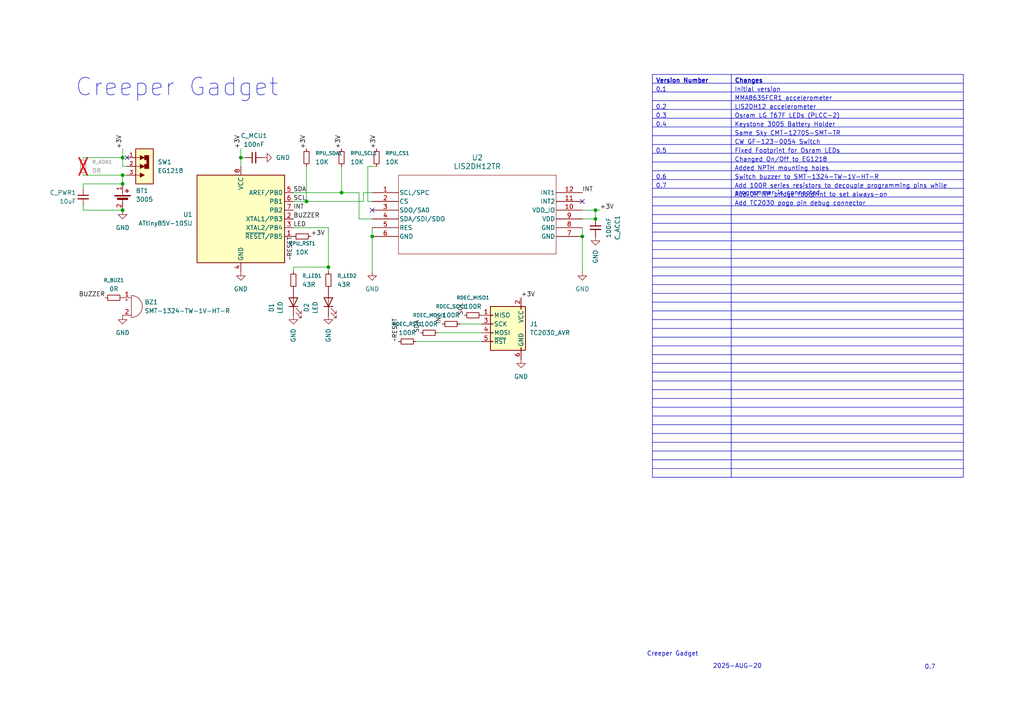
<source format=kicad_sch>
(kicad_sch (version 20250114) (generator "eeschema") (generator_version "9.0")
  (paper "A4")
  (lib_symbols
    (symbol "Device:Battery_Cell" (pin_names (offset 0) (hide yes))
      (property "Reference" "BT" (at 2.54 2.54 0))
      (property "Value" "Battery_Cell" (at 2.54 0 0))
      (symbol "Battery_Cell_0_1"
        (rectangle (start -2.286 1.778) (end 2.286 1.524) (fill (type outline)))
        (rectangle (start -1.524 1.016) (end 1.524 0.508) (fill (type outline)))
        (polyline (pts (xy 0 1.778) (xy 0 2.54)))
        (polyline (pts (xy 0 0.762) (xy 0 0)))
        (polyline (pts (xy 0.762 3.048) (xy 1.778 3.048)) (stroke (width 0.254)))
        (polyline (pts (xy 1.27 3.556) (xy 1.27 2.54)) (stroke (width 0.254)))
      )
      (symbol "Battery_Cell_1_1"
        (pin passive line (at 0 5.08 270) (length 2.54) (name "+") (number "1"))
        (pin passive line (at 0 -2.54 90) (length 2.54) (name "-") (number "2"))
      )
    )
    (symbol "Device:Buzzer" (pin_names (offset 0.0254) (hide yes))
      (property "Reference" "BZ" (at 3.81 1.27 0))
      (property "Value" "Buzzer" (at 3.81 -1.27 0))
      (symbol "Buzzer_0_1"
        (polyline (pts (xy -1.651 1.905) (xy -1.143 1.905)))
        (polyline (pts (xy -1.397 2.159) (xy -1.397 1.651)))
        (arc (start 0 3.175) (mid 3.1612 0) (end 0 -3.175))
        (polyline (pts (xy 0 3.175) (xy 0 -3.175)))
      )
      (symbol "Buzzer_1_1"
        (pin passive line (at -2.54 2.54 0) (length 2.54) (name "+") (number "1"))
        (pin passive line (at -2.54 -2.54 0) (length 2.54) (name "-") (number "2"))
      )
    )
    (symbol "Device:C_Small" (pin_numbers (hide yes)) (pin_names (offset 0.254) (hide yes))
      (property "Reference" "C" (at 0.254 1.778 0))
      (property "Value" "C_Small" (at 0.254 -2.032 0))
      (symbol "C_Small_0_1"
        (polyline (pts (xy -1.524 0.508) (xy 1.524 0.508)) (stroke (width 0.3048)))
        (polyline (pts (xy -1.524 -0.508) (xy 1.524 -0.508)) (stroke (width 0.3302)))
      )
      (symbol "C_Small_1_1"
        (pin passive line (at 0 2.54 270) (length 2.032) (name "~") (number "1"))
        (pin passive line (at 0 -2.54 90) (length 2.032) (name "~") (number "2"))
      )
    )
    (symbol "Device:LED" (pin_numbers (hide yes)) (pin_names (offset 1.016) (hide yes))
      (property "Reference" "D" (at 0 2.54 0))
      (property "Value" "LED" (at 0 -2.54 0))
      (symbol "LED_0_1"
        (polyline (pts (xy -3.048 -0.762) (xy -4.572 -2.286) (xy -3.81 -2.286) (xy -4.572 -2.286) (xy -4.572 -1.524)))
        (polyline (pts (xy -1.778 -0.762) (xy -3.302 -2.286) (xy -2.54 -2.286) (xy -3.302 -2.286) (xy -3.302 -1.524)))
        (polyline (pts (xy -1.27 0) (xy 1.27 0)))
        (polyline (pts (xy -1.27 -1.27) (xy -1.27 1.27)) (stroke (width 0.254)))
        (polyline (pts (xy 1.27 -1.27) (xy 1.27 1.27) (xy -1.27 0) (xy 1.27 -1.27)) (stroke (width 0.254)))
      )
      (symbol "LED_1_1"
        (pin passive line (at -3.81 0 0) (length 2.54) (name "K") (number "1"))
        (pin passive line (at 3.81 0 180) (length 2.54) (name "A") (number "2"))
      )
    )
    (symbol "Device:R_Small" (pin_numbers (hide yes)) (pin_names (offset 0.254) (hide yes))
      (property "Reference" "R" (at 0 0 90))
      (property "Value" "R_Small" (at 1.778 0 90))
      (symbol "R_Small_0_1"
        (rectangle (start -0.762 1.778) (end 0.762 -1.778) (stroke (width 0.2032)))
      )
      (symbol "R_Small_1_1"
        (pin passive line (at 0 2.54 270) (length 0.762) (name "~") (number "1"))
        (pin passive line (at 0 -2.54 90) (length 0.762) (name "~") (number "2"))
      )
    )
    (symbol "MCU_Microchip_ATtiny:ATtiny85-20S"
      (property "Reference" "U" (at -12.7 13.97 0))
      (property "Value" "ATtiny85-20S" (at 2.54 -13.97 0))
      (symbol "ATtiny85-20S_0_1"
        (rectangle (start -12.7 -12.7) (end 12.7 12.7) (stroke (width 0.254)) (fill (type background)))
      )
      (symbol "ATtiny85-20S_1_1"
        (pin power_in line (at 0 15.24 270) (length 2.54) (name "VCC") (number "8"))
        (pin power_in line (at 0 -15.24 90) (length 2.54) (name "GND") (number "4"))
        (pin bidirectional line (at 15.24 7.62 180) (length 2.54) (name "AREF/PB0") (number "5"))
        (pin bidirectional line (at 15.24 5.08 180) (length 2.54) (name "PB1") (number "6"))
        (pin bidirectional line (at 15.24 2.54 180) (length 2.54) (name "PB2") (number "7"))
        (pin bidirectional line (at 15.24 0 180) (length 2.54) (name "XTAL1/PB3") (number "2"))
        (pin bidirectional line (at 15.24 -2.54 180) (length 2.54) (name "XTAL2/PB4") (number "3"))
        (pin bidirectional line (at 15.24 -5.08 180) (length 2.54) (name "~{RESET}/PB5") (number "1"))
      )
    )
    (symbol "PCM_marbastlib-various:TC2030_AVR" (pin_names (offset 1.016))
      (property "Reference" "J" (at -3.81 -6.35 0))
      (property "Value" "TC2030_AVR" (at -8.89 8.89 0))
      (symbol "TC2030_AVR_0_1"
        (rectangle (start -3.81 7.62) (end 6.35 -5.08) (stroke (width 0.254)) (fill (type background)))
        (rectangle (start -3.048 4.953) (end -3.81 5.207))
        (rectangle (start -3.048 2.413) (end -3.81 2.667))
        (rectangle (start -3.048 -0.127) (end -3.81 0.127))
        (rectangle (start -3.048 -2.667) (end -3.81 -2.413))
        (rectangle (start 4.953 6.858) (end 5.207 7.62))
        (rectangle (start 4.953 -5.08) (end 5.207 -4.318))
      )
      (symbol "TC2030_AVR_1_1"
        (pin passive line (at -6.35 5.08 0) (length 2.54) (name "MISO") (number "1"))
        (pin passive line (at -6.35 2.54 0) (length 2.54) (name "SCK") (number "3"))
        (pin passive line (at -6.35 0 0) (length 2.54) (name "MOSI") (number "4"))
        (pin passive line (at -6.35 -2.54 0) (length 2.54) (name "~{RST}") (number "5"))
        (pin passive line (at 5.08 10.16 270) (length 2.54) (name "VCC") (number "2"))
        (pin passive line (at 5.08 -7.62 90) (length 2.54) (name "GND") (number "6"))
      )
    )
    (symbol "creeper:EG1218" (pin_names (offset 1.016))
      (property "Reference" "S" (at -5.08 5.842 0))
      (property "Value" "EG1218" (at -5.08 -7.62 0))
      (symbol "EG1218_0_0"
        (polyline (pts (xy -2.54 2.54) (xy -1.27 2.54)) (stroke (width 0.1524)))
        (polyline (pts (xy -2.54 0) (xy -1.27 0)) (stroke (width 0.1524)))
        (polyline (pts (xy -2.54 -2.54) (xy -1.27 -2.54)) (stroke (width 0.1524)))
        (rectangle (start -2.54 -5.08) (end 2.54 5.08) (stroke (width 0.254)) (fill (type background)))
        (polyline (pts (xy -1.27 3.175) (xy -1.27 1.905) (xy 0 2.54) (xy -1.27 3.175)) (stroke (width 0.1524)) (fill (type outline)))
        (polyline (pts (xy -1.27 0.635) (xy -1.27 -0.635) (xy 0 0) (xy -1.27 0.635)) (stroke (width 0.1524)) (fill (type outline)))
        (polyline (pts (xy -1.27 -1.905) (xy -1.27 -3.175) (xy 0 -2.54) (xy -1.27 -1.905)) (stroke (width 0.1524)) (fill (type outline)))
        (polyline (pts (xy 0 1.905) (xy 0 3.175) (xy 1.27 3.175) (xy 1.27 -0.635) (xy 0 -0.635) (xy 0 0.635) (xy 0.635 0.635) (xy 0.635 1.905) (xy 0 1.905)) (stroke (width 0.1524)) (fill (type outline)))
        (pin passive line (at -5.08 2.54 0) (length 2.54) (name "~") (number "1"))
        (pin passive line (at -5.08 0 0) (length 2.54) (name "~") (number "2"))
        (pin passive line (at -5.08 -2.54 0) (length 2.54) (name "~") (number "3"))
      )
    )
    (symbol "creeper:LIS2DH12TR" (pin_names (offset 0.254))
      (property "Reference" "U" (at 30.48 10.16 0))
      (property "Value" "LIS2DH12TR" (at 30.48 7.62 0))
      (symbol "LIS2DH12TR_0_1"
        (polyline (pts (xy 7.62 5.08) (xy 7.62 -17.78)) (stroke (width 0.127)))
        (polyline (pts (xy 7.62 -17.78) (xy 53.34 -17.78)) (stroke (width 0.127)))
        (polyline (pts (xy 53.34 5.08) (xy 7.62 5.08)) (stroke (width 0.127)))
        (polyline (pts (xy 53.34 -17.78) (xy 53.34 5.08)) (stroke (width 0.127)))
        (pin bidirectional line (at 0 0 0) (length 7.62) (name "SCL/SPC") (number "1"))
        (pin bidirectional line (at 0 -2.54 0) (length 7.62) (name "CS") (number "2"))
        (pin bidirectional line (at 0 -5.08 0) (length 7.62) (name "SDO/SA0") (number "3"))
        (pin bidirectional line (at 0 -7.62 0) (length 7.62) (name "SDA/SDI/SDO") (number "4"))
        (pin unspecified line (at 0 -10.16 0) (length 7.62) (name "RES") (number "5"))
        (pin power_in line (at 0 -12.7 0) (length 7.62) (name "GND") (number "6"))
        (pin unspecified line (at 60.96 0 180) (length 7.62) (name "INT1") (number "12"))
        (pin unspecified line (at 60.96 -2.54 180) (length 7.62) (name "INT2") (number "11"))
        (pin power_in line (at 60.96 -5.08 180) (length 7.62) (name "VDD_IO") (number "10"))
        (pin power_in line (at 60.96 -7.62 180) (length 7.62) (name "VDD") (number "9"))
        (pin power_in line (at 60.96 -10.16 180) (length 7.62) (name "GND") (number "8"))
        (pin power_in line (at 60.96 -12.7 180) (length 7.62) (name "GND") (number "7"))
      )
    )
    (symbol "power:GND" (power) (pin_numbers (hide yes)) (pin_names (offset 0) (hide yes))
      (property "Value" "GND" (at 0 -3.81 0))
      (symbol "GND_0_1"
        (polyline (pts (xy 0 0) (xy 0 -1.27) (xy 1.27 -1.27) (xy 0 -2.54) (xy -1.27 -1.27) (xy 0 -1.27)))
      )
      (symbol "GND_1_1"
        (pin power_in line (at 0 0 270) (length 0) (name "~") (number "1"))
      )
    )
  )
  (text "Creeper Gadget\n" (at 195.072 189.738 0) (effects (font (size 1.27 1.27))))
  (text "Creeper Gadget" (at 51.308 25.4 0) (effects (font (size 5.08 5.08))))
  (text "2025-AUG-20" (at 213.868 193.294 0) (effects (font (size 1.27 1.27))))
  (text "0.7" (at 269.748 193.548 0) (effects (font (size 1.27 1.27))))
  (junction (at 99.06 55.88))
  (junction (at 172.72 60.96))
  (junction (at 107.95 68.58))
  (junction (at 35.56 60.96))
  (junction (at 69.85 45.72))
  (junction (at 35.56 45.72))
  (junction (at 88.9 58.42))
  (junction (at 35.56 53.34))
  (junction (at 95.25 77.47))
  (junction (at 35.56 50.8))
  (junction (at 168.91 68.58))
  (junction (at 172.72 63.5))
  (no_connect (at 107.95 60.96))
  (no_connect (at 36.83 45.72))
  (no_connect (at 168.91 58.42))
  (wire (pts (xy 69.85 45.72) (xy 69.85 48.26)))
  (wire (pts (xy 35.56 48.26) (xy 36.83 48.26)))
  (wire (pts (xy 69.85 43.18) (xy 69.85 45.72)))
  (wire (pts (xy 105.41 55.88) (xy 107.95 55.88)))
  (wire (pts (xy 35.56 43.18) (xy 35.56 45.72)))
  (wire (pts (xy 35.56 53.34) (xy 35.56 50.8)))
  (wire (pts (xy 107.95 58.42) (xy 106.68 58.42)))
  (wire (pts (xy 85.09 55.88) (xy 99.06 55.88)))
  (wire (pts (xy 172.72 60.96) (xy 172.72 63.5)))
  (wire (pts (xy 24.13 45.72) (xy 35.56 45.72)))
  (wire (pts (xy 107.95 68.58) (xy 107.95 78.74)))
  (wire (pts (xy 95.25 77.47) (xy 85.09 77.47)))
  (wire (pts (xy 85.09 58.42) (xy 88.9 58.42)))
  (wire (pts (xy 106.68 48.26) (xy 109.22 48.26)))
  (wire (pts (xy 168.91 66.04) (xy 168.91 68.58)))
  (wire (pts (xy 172.72 63.5) (xy 168.91 63.5)))
  (wire (pts (xy 133.35 93.98) (xy 139.7 93.98)))
  (wire (pts (xy 106.68 58.42) (xy 106.68 48.26)))
  (wire (pts (xy 95.25 77.47) (xy 95.25 66.04)))
  (wire (pts (xy 168.91 68.58) (xy 168.91 78.74)))
  (wire (pts (xy 24.13 60.96) (xy 35.56 60.96)))
  (wire (pts (xy 99.06 48.26) (xy 99.06 55.88)))
  (wire (pts (xy 24.13 50.8) (xy 35.56 50.8)))
  (wire (pts (xy 95.25 78.74) (xy 95.25 77.47)))
  (wire (pts (xy 127 96.52) (xy 139.7 96.52)))
  (wire (pts (xy 24.13 53.34) (xy 24.13 54.61)))
  (wire (pts (xy 88.9 48.26) (xy 88.9 58.42)))
  (wire (pts (xy 69.85 45.72) (xy 71.12 45.72)))
  (wire (pts (xy 105.41 58.42) (xy 105.41 55.88)))
  (wire (pts (xy 85.09 77.47) (xy 85.09 78.74)))
  (wire (pts (xy 120.65 99.06) (xy 139.7 99.06)))
  (wire (pts (xy 88.9 58.42) (xy 105.41 58.42)))
  (wire (pts (xy 104.14 55.88) (xy 104.14 63.5)))
  (wire (pts (xy 24.13 53.34) (xy 35.56 53.34)))
  (wire (pts (xy 172.72 60.96) (xy 168.91 60.96)))
  (wire (pts (xy 99.06 55.88) (xy 104.14 55.88)))
  (wire (pts (xy 35.56 50.8) (xy 36.83 50.8)))
  (wire (pts (xy 104.14 63.5) (xy 107.95 63.5)))
  (wire (pts (xy 35.56 45.72) (xy 35.56 48.26)))
  (wire (pts (xy 172.72 60.96) (xy 173.99 60.96)))
  (wire (pts (xy 24.13 59.69) (xy 24.13 60.96)))
  (wire (pts (xy 107.95 66.04) (xy 107.95 68.58)))
  (wire (pts (xy 85.09 66.04) (xy 95.25 66.04)))
  (table (column_count 2) (border (external yes) (header yes)) (separators (rows yes) (cols yes)) (column_widths 22.86 67.31) (row_heights 2.54 2.54 2.54 2.54 2.54 2.54 2.54 2.54 2.54 2.54 2.54 2.54 2.54 2.54 2.54 2.54 2.54 2.54 2.54 2.54 2.54 2.54 2.54 2.54 2.54 2.54 2.54 2.54 2.54 2.54 2.54 2.54 2.54 2.54 2.54 2.54 2.54 2.54 2.54 2.54 2.54 2.54 2.54 2.54 2.54 2.54 -52.07) (cells (table_cell "Version Number" (at 189.23 21.59 0) (size 22.86 2.54) (margins 0.9525 0.9525 0.9525 0.9525) (span 1 1)) (table_cell "Changes" (at 212.09 21.59 0) (size 67.31 2.54) (margins 0.9525 0.9525 0.9525 0.9525) (span 1 1)) (table_cell "0.1" (at 189.23 24.13 0) (size 22.86 2.54) (margins 0.9525 0.9525 0.9525 0.9525) (span 1 1)) (table_cell "Initial version" (at 212.09 24.13 0) (size 67.31 2.54) (margins 0.9525 0.9525 0.9525 0.9525) (span 1 1)) (table_cell "" (at 189.23 26.67 0) (size 22.86 2.54) (margins 0.9525 0.9525 0.9525 0.9525) (span 1 1)) (table_cell "MMA8635FCR1 accelerometer" (at 212.09 26.67 0) (size 67.31 2.54) (margins 0.9525 0.9525 0.9525 0.9525) (span 1 1)) (table_cell "0.2" (at 189.23 29.21 0) (size 22.86 2.54) (margins 0.9525 0.9525 0.9525 0.9525) (span 1 1)) (table_cell "LIS2DH12 accelerometer" (at 212.09 29.21 0) (size 67.31 2.54) (margins 0.9525 0.9525 0.9525 0.9525) (span 1 1)) (table_cell "0.3" (at 189.23 31.75 0) (size 22.86 2.54) (margins 0.9525 0.9525 0.9525 0.9525) (span 1 1)) (table_cell "Osram LG T67F LEDs (PLCC-2)" (at 212.09 31.75 0) (size 67.31 2.54) (margins 0.9525 0.9525 0.9525 0.9525) (span 1 1)) (table_cell "0.4" (at 189.23 34.29 0) (size 22.86 2.54) (margins 0.9525 0.9525 0.9525 0.9525) (span 1 1)) (table_cell "Keystone 3005 Battery Holder" (at 212.09 34.29 0) (size 67.31 2.54) (margins 0.9525 0.9525 0.9525 0.9525) (span 1 1)) (table_cell "" (at 189.23 36.83 0) (size 22.86 2.54) (margins 0.9525 0.9525 0.9525 0.9525) (span 1 1)) (table_cell "Same Sky CMT-1270S-SMT-TR" (at 212.09 36.83 0) (size 67.31 2.54) (margins 0.9525 0.9525 0.9525 0.9525) (span 1 1)) (table_cell "" (at 189.23 39.37 0) (size 22.86 2.54) (margins 0.9525 0.9525 0.9525 0.9525) (span 1 1)) (table_cell "CW GF-123-0054 Switch" (at 212.09 39.37 0) (size 67.31 2.54) (margins 0.9525 0.9525 0.9525 0.9525) (span 1 1)) (table_cell "0.5" (at 189.23 41.91 0) (size 22.86 2.54) (margins 0.9525 0.9525 0.9525 0.9525) (span 1 1)) (table_cell "Fixed Footprint for Osram LEDs" (at 212.09 41.91 0) (size 67.31 2.54) (margins 0.9525 0.9525 0.9525 0.9525) (span 1 1)) (table_cell "" (at 189.23 44.45 0) (size 22.86 2.54) (margins 0.9525 0.9525 0.9525 0.9525) (span 1 1)) (table_cell "Changed On/Off to EG1218" (at 212.09 44.45 0) (size 67.31 2.54) (margins 0.9525 0.9525 0.9525 0.9525) (span 1 1)) (table_cell "" (at 189.23 46.99 0) (size 22.86 2.54) (margins 0.9525 0.9525 0.9525 0.9525) (span 1 1)) (table_cell "Added NPTH mounting holes" (at 212.09 46.99 0) (size 67.31 2.54) (margins 0.9525 0.9525 0.9525 0.9525) (span 1 1)) (table_cell "0.6" (at 189.23 49.53 0) (size 22.86 2.54) (margins 0.9525 0.9525 0.9525 0.9525) (span 1 1)) (table_cell "Switch buzzer to SMT-1324-TW-1V-HT-R" (at 212.09 49.53 0) (size 67.31 2.54) (margins 0.9525 0.9525 0.9525 0.9525) (span 1 1)) (table_cell "0.7" (at 189.23 52.07 0) (size 22.86 2.54) (margins 0.9525 0.9525 0.9525 0.9525) (span 1 1)) (table_cell "Add 100R series resistors to decouple programming pins while programmer is connected" (at 212.09 52.07 0) (size 67.31 2.54) (margins 0.9525 0.9525 0.9525 0.9525) (span 1 1)) (table_cell "" (at 189.23 54.61 0) (size 22.86 2.54) (margins 0.9525 0.9525 0.9525 0.9525) (span 1 1)) (table_cell "Add 0R NP bridge footprint to set always-on" (at 212.09 54.61 0) (size 67.31 2.54) (margins 0.9525 0.9525 0.9525 0.9525) (span 1 1)) (table_cell "" (at 189.23 57.15 0) (size 22.86 2.54) (margins 0.9525 0.9525 0.9525 0.9525) (span 1 1)) (table_cell "Add TC2030 pogo pin debug connector" (at 212.09 57.15 0) (size 67.31 2.54) (margins 0.9525 0.9525 0.9525 0.9525) (span 1 1)) (table_cell "" (at 189.23 59.69 0) (size 22.86 2.54) (margins 0.9525 0.9525 0.9525 0.9525) (span 1 1)) (table_cell "" (at 212.09 59.69 0) (size 67.31 2.54) (margins 0.9525 0.9525 0.9525 0.9525) (span 1 1)) (table_cell "" (at 189.23 62.23 0) (size 22.86 2.54) (margins 0.9525 0.9525 0.9525 0.9525) (span 1 1)) (table_cell "" (at 212.09 62.23 0) (size 67.31 2.54) (margins 0.9525 0.9525 0.9525 0.9525) (span 1 1)) (table_cell "" (at 189.23 64.77 0) (size 22.86 2.54) (margins 0.9525 0.9525 0.9525 0.9525) (span 1 1)) (table_cell "" (at 212.09 64.77 0) (size 67.31 2.54) (margins 0.9525 0.9525 0.9525 0.9525) (span 1 1)) (table_cell "" (at 189.23 67.31 0) (size 22.86 2.54) (margins 0.9525 0.9525 0.9525 0.9525) (span 1 1)) (table_cell "" (at 212.09 67.31 0) (size 67.31 2.54) (margins 0.9525 0.9525 0.9525 0.9525) (span 1 1)) (table_cell "" (at 189.23 69.85 0) (size 22.86 2.54) (margins 0.9525 0.9525 0.9525 0.9525) (span 1 1)) (table_cell "" (at 212.09 69.85 0) (size 67.31 2.54) (margins 0.9525 0.9525 0.9525 0.9525) (span 1 1)) (table_cell "" (at 189.23 72.39 0) (size 22.86 2.54) (margins 0.9525 0.9525 0.9525 0.9525) (span 1 1)) (table_cell "" (at 212.09 72.39 0) (size 67.31 2.54) (margins 0.9525 0.9525 0.9525 0.9525) (span 1 1)) (table_cell "" (at 189.23 74.93 0) (size 22.86 2.54) (margins 0.9525 0.9525 0.9525 0.9525) (span 1 1)) (table_cell "" (at 212.09 74.93 0) (size 67.31 2.54) (margins 0.9525 0.9525 0.9525 0.9525) (span 1 1)) (table_cell "" (at 189.23 77.47 0) (size 22.86 2.54) (margins 0.9525 0.9525 0.9525 0.9525) (span 1 1)) (table_cell "" (at 212.09 77.47 0) (size 67.31 2.54) (margins 0.9525 0.9525 0.9525 0.9525) (span 1 1)) (table_cell "" (at 189.23 80.01 0) (size 22.86 2.54) (margins 0.9525 0.9525 0.9525 0.9525) (span 1 1)) (table_cell "" (at 212.09 80.01 0) (size 67.31 2.54) (margins 0.9525 0.9525 0.9525 0.9525) (span 1 1)) (table_cell "" (at 189.23 82.55 0) (size 22.86 2.54) (margins 0.9525 0.9525 0.9525 0.9525) (span 1 1)) (table_cell "" (at 212.09 82.55 0) (size 67.31 2.54) (margins 0.9525 0.9525 0.9525 0.9525) (span 1 1)) (table_cell "" (at 189.23 85.09 0) (size 22.86 2.54) (margins 0.9525 0.9525 0.9525 0.9525) (span 1 1)) (table_cell "" (at 212.09 85.09 0) (size 67.31 2.54) (margins 0.9525 0.9525 0.9525 0.9525) (span 1 1)) (table_cell "" (at 189.23 87.63 0) (size 22.86 2.54) (margins 0.9525 0.9525 0.9525 0.9525) (span 1 1)) (table_cell "" (at 212.09 87.63 0) (size 67.31 2.54) (margins 0.9525 0.9525 0.9525 0.9525) (span 1 1)) (table_cell "" (at 189.23 90.17 0) (size 22.86 2.54) (margins 0.9525 0.9525 0.9525 0.9525) (span 1 1)) (table_cell "" (at 212.09 90.17 0) (size 67.31 2.54) (margins 0.9525 0.9525 0.9525 0.9525) (span 1 1)) (table_cell "" (at 189.23 92.71 0) (size 22.86 2.54) (margins 0.9525 0.9525 0.9525 0.9525) (span 1 1)) (table_cell "" (at 212.09 92.71 0) (size 67.31 2.54) (margins 0.9525 0.9525 0.9525 0.9525) (span 1 1)) (table_cell "" (at 189.23 95.25 0) (size 22.86 2.54) (margins 0.9525 0.9525 0.9525 0.9525) (span 1 1)) (table_cell "" (at 212.09 95.25 0) (size 67.31 2.54) (margins 0.9525 0.9525 0.9525 0.9525) (span 1 1)) (table_cell "" (at 189.23 97.79 0) (size 22.86 2.54) (margins 0.9525 0.9525 0.9525 0.9525) (span 1 1)) (table_cell "" (at 212.09 97.79 0) (size 67.31 2.54) (margins 0.9525 0.9525 0.9525 0.9525) (span 1 1)) (table_cell "" (at 189.23 100.33 0) (size 22.86 2.54) (margins 0.9525 0.9525 0.9525 0.9525) (span 1 1)) (table_cell "" (at 212.09 100.33 0) (size 67.31 2.54) (margins 0.9525 0.9525 0.9525 0.9525) (span 1 1)) (table_cell "" (at 189.23 102.87 0) (size 22.86 2.54) (margins 0.9525 0.9525 0.9525 0.9525) (span 1 1)) (table_cell "" (at 212.09 102.87 0) (size 67.31 2.54) (margins 0.9525 0.9525 0.9525 0.9525) (span 1 1)) (table_cell "" (at 189.23 105.41 0) (size 22.86 2.54) (margins 0.9525 0.9525 0.9525 0.9525) (span 1 1)) (table_cell "" (at 212.09 105.41 0) (size 67.31 2.54) (margins 0.9525 0.9525 0.9525 0.9525) (span 1 1)) (table_cell "" (at 189.23 107.95 0) (size 22.86 2.54) (margins 0.9525 0.9525 0.9525 0.9525) (span 1 1)) (table_cell "" (at 212.09 107.95 0) (size 67.31 2.54) (margins 0.9525 0.9525 0.9525 0.9525) (span 1 1)) (table_cell "" (at 189.23 110.49 0) (size 22.86 2.54) (margins 0.9525 0.9525 0.9525 0.9525) (span 1 1)) (table_cell "" (at 212.09 110.49 0) (size 67.31 2.54) (margins 0.9525 0.9525 0.9525 0.9525) (span 1 1)) (table_cell "" (at 189.23 113.03 0) (size 22.86 2.54) (margins 0.9525 0.9525 0.9525 0.9525) (span 1 1)) (table_cell "" (at 212.09 113.03 0) (size 67.31 2.54) (margins 0.9525 0.9525 0.9525 0.9525) (span 1 1)) (table_cell "" (at 189.23 115.57 0) (size 22.86 2.54) (margins 0.9525 0.9525 0.9525 0.9525) (span 1 1)) (table_cell "" (at 212.09 115.57 0) (size 67.31 2.54) (margins 0.9525 0.9525 0.9525 0.9525) (span 1 1)) (table_cell "" (at 189.23 118.11 0) (size 22.86 2.54) (margins 0.9525 0.9525 0.9525 0.9525) (span 1 1)) (table_cell "" (at 212.09 118.11 0) (size 67.31 2.54) (margins 0.9525 0.9525 0.9525 0.9525) (span 1 1)) (table_cell "" (at 189.23 120.65 0) (size 22.86 2.54) (margins 0.9525 0.9525 0.9525 0.9525) (span 1 1)) (table_cell "" (at 212.09 120.65 0) (size 67.31 2.54) (margins 0.9525 0.9525 0.9525 0.9525) (span 1 1)) (table_cell "" (at 189.23 123.19 0) (size 22.86 2.54) (margins 0.9525 0.9525 0.9525 0.9525) (span 1 1)) (table_cell "" (at 212.09 123.19 0) (size 67.31 2.54) (margins 0.9525 0.9525 0.9525 0.9525) (span 1 1)) (table_cell "" (at 189.23 125.73 0) (size 22.86 2.54) (margins 0.9525 0.9525 0.9525 0.9525) (span 1 1)) (table_cell "" (at 212.09 125.73 0) (size 67.31 2.54) (margins 0.9525 0.9525 0.9525 0.9525) (span 1 1)) (table_cell "" (at 189.23 128.27 0) (size 22.86 2.54) (margins 0.9525 0.9525 0.9525 0.9525) (span 1 1)) (table_cell "" (at 212.09 128.27 0) (size 67.31 2.54) (margins 0.9525 0.9525 0.9525 0.9525) (span 1 1)) (table_cell "" (at 189.23 130.81 0) (size 22.86 2.54) (margins 0.9525 0.9525 0.9525 0.9525) (span 1 1)) (table_cell "" (at 212.09 130.81 0) (size 67.31 2.54) (margins 0.9525 0.9525 0.9525 0.9525) (span 1 1)) (table_cell "" (at 189.23 133.35 0) (size 22.86 2.54) (margins 0.9525 0.9525 0.9525 0.9525) (span 1 1)) (table_cell "" (at 212.09 133.35 0) (size 67.31 2.54) (margins 0.9525 0.9525 0.9525 0.9525) (span 1 1)) (table_cell "" (at 189.23 135.89 0) (size 22.86 2.54) (margins 0.9525 0.9525 0.9525 0.9525) (span 1 1)) (table_cell "" (at 212.09 135.89 0) (size 67.31 2.54) (margins 0.9525 0.9525 0.9525 0.9525) (span 1 1)) (table_cell "" (at 189.23 138.43 0) (size 22.86 -52.07) (margins 0.9525 0.9525 0.9525 0.9525) (span 1 1)) (table_cell "" (at 212.09 138.43 0) (size 67.31 -52.07) (margins 0.9525 0.9525 0.9525 0.9525) (span 1 1))))
  (label "+3V" (at 90.17 68.58 0))
  (label "SCL" (at 85.09 58.42 0))
  (label "LED" (at 85.09 66.04 0))
  (label "BUZZER" (at 85.09 63.5 0))
  (label "INT" (at 128.27 93.98 90))
  (label "+3V" (at 109.22 43.18 90))
  (label "~RESET" (at 115.57 99.06 90))
  (label "INT" (at 85.09 60.96 0))
  (label "SCL" (at 134.62 91.44 90))
  (label "SDA" (at 85.09 55.88 0))
  (label "+3V" (at 35.56 43.18 90))
  (label "+3V" (at 69.85 43.18 90))
  (label "~RESET" (at 85.09 68.58 270))
  (label "SDA" (at 121.92 96.52 90))
  (label "BUZZER" (at 30.48 86.36 180))
  (label "+3V" (at 99.06 43.18 90))
  (label "INT" (at 168.91 55.88 0))
  (label "+3V" (at 88.9 43.18 90))
  (label "+3V" (at 151.13 86.36 0))
  (label "+3V" (at 173.99 60.96 0))
  (symbol (lib_id "power:GND") (at 35.56 91.44 0) (unit 1)
    (property "Reference" "#PWR02" (effects (hide yes)))
    (property "Value" "GND" (at 35.56 96.52 0))
    (property "Description" "Power symbol creates a global label with name \"GND\" , ground" (effects (hide yes)))
  )
  (symbol (lib_id "Device:R_Small") (at 33.02 86.36 90) (unit 1)
    (property "Reference" "R_BUZ1" (at 33.02 81.28 90) (effects (font (size 1.016 1.016))))
    (property "Value" "0R" (at 33.02 83.82 90))
    (property "Footprint" "Resistor_SMD:R_0603_1608Metric_Pad0.98x0.95mm_HandSolder" (effects (hide yes)))
    (property "Description" "RES SMD 0 OHM JUMPER 1/10W 0603" (effects (hide yes)))
    (property "Manufacturer" "Vishay Dale" (effects (hide yes)))
    (property "MPN" "CRCW06030000Z0EA" (effects (hide yes)))
    (property "SolderJoints" "2" (effects (hide yes)))
  )
  (symbol (lib_id "Device:R_Small") (at 137.16 91.44 90) (unit 1)
    (property "Reference" "RDEC_MISO1" (at 137.16 86.36 90) (effects (font (size 1.016 1.016))))
    (property "Value" "100R" (at 137.16 88.9 90))
    (property "Footprint" "Resistor_SMD:R_0603_1608Metric_Pad0.98x0.95mm_HandSolder" (effects (hide yes)))
    (property "Description" "Resistor, small symbol" (effects (hide yes)))
  )
  (symbol (lib_id "Device:C_Small") (at 73.66 45.72 90) (unit 1)
    (property "Reference" "C_MCU1" (at 73.6663 39.37 90))
    (property "Value" "100nF" (at 73.6663 41.91 90))
    (property "Footprint" "Capacitor_SMD:C_0603_1608Metric_Pad1.08x0.95mm_HandSolder" (effects (hide yes)))
    (property "Description" "Unpolarized capacitor, small symbol" (effects (hide yes)))
    (property "Manufacturer" "KEMET" (effects (hide yes)))
    (property "MPN" "C0603C101K3RACTU" (effects (hide yes)))
    (property "SolderJoints" "2" (effects (hide yes)))
  )
  (symbol (lib_id "power:GND") (at 151.13 104.14 0) (unit 1)
    (property "Reference" "#PWR08" (effects (hide yes)))
    (property "Value" "GND" (at 151.13 109.22 0))
    (property "Description" "Power symbol creates a global label with name \"GND\" , ground" (effects (hide yes)))
  )
  (symbol (lib_id "Device:R_Small") (at 85.09 81.28 180) (unit 1)
    (property "Reference" "R_LED1" (at 87.63 80.0099 0) (effects (font (size 1.016 1.016)) (justify right)))
    (property "Value" "43R" (at 87.63 82.5499 0) (effects (justify right)))
    (property "Footprint" "Resistor_SMD:R_0603_1608Metric_Pad0.98x0.95mm_HandSolder" (effects (hide yes)))
    (property "Description" "5% thick film 0.1mW" (effects (hide yes)))
    (property "Manufacturer" "Vishay Dale" (effects (hide yes)))
    (property "MPN" "CRCW060343R0JNEA" (effects (hide yes)))
    (property "SolderJoints" "2" (effects (hide yes)))
  )
  (symbol (lib_id "Device:C_Small") (at 172.72 66.04 0) (unit 1)
    (property "Reference" "C_ACC1" (at 179.07 66.0463 90))
    (property "Value" "100nF" (at 176.53 66.0463 90))
    (property "Footprint" "Capacitor_SMD:C_0603_1608Metric_Pad1.08x0.95mm_HandSolder" (effects (hide yes)))
    (property "Description" "Unpolarized capacitor, small symbol" (effects (hide yes)))
    (property "Manufacturer" "KEMET" (effects (hide yes)))
    (property "MPN" "C0603C101K3RACTU" (effects (hide yes)))
    (property "SolderJoints" "2" (effects (hide yes)))
  )
  (symbol (lib_id "power:GND") (at 107.95 78.74 0) (unit 1)
    (property "Reference" "#PWR07" (effects (hide yes)))
    (property "Value" "GND" (at 107.95 83.82 0))
    (property "Description" "Power symbol creates a global label with name \"GND\" , ground" (effects (hide yes)))
  )
  (symbol (lib_id "Device:R_Small") (at 124.46 96.52 90) (unit 1)
    (property "Reference" "RDEC_MOSI1" (at 124.46 91.44 90) (effects (font (size 1.016 1.016))))
    (property "Value" "100R" (at 124.46 93.98 90))
    (property "Footprint" "Resistor_SMD:R_0603_1608Metric_Pad0.98x0.95mm_HandSolder" (effects (hide yes)))
    (property "Description" "Resistor, small symbol" (effects (hide yes)))
  )
  (symbol (lib_id "Device:R_Small") (at 87.63 68.58 90) (unit 1)
    (property "Reference" "RPU_RST1" (at 87.63 70.612 90) (effects (font (size 1.016 1.016))))
    (property "Value" "10K" (at 87.63 73.152 90))
    (property "Footprint" "Resistor_SMD:R_0603_1608Metric_Pad0.98x0.95mm_HandSolder" (effects (hide yes)))
    (property "Description" "5% thick film 0.1mW" (effects (hide yes)))
    (property "Manufacturer" "Vishay Dale" (effects (hide yes)))
    (property "MPN" "CRCW060310K0JNEA" (effects (hide yes)))
    (property "SolderJoints" "2" (effects (hide yes)))
  )
  (symbol (lib_id "Device:R_Small") (at 24.13 48.26 0) (unit 1) (dnp yes)
    (property "Reference" "R_AON1" (at 26.67 46.9899 0) (effects (font (size 1.016 1.016)) (justify left)))
    (property "Value" "0R" (at 26.67 49.5299 0) (effects (justify left)))
    (property "Footprint" "Resistor_SMD:R_0603_1608Metric_Pad0.98x0.95mm_HandSolder" (effects (hide yes)))
    (property "Description" "Resistor, small symbol" (effects (hide yes)))
  )
  (symbol (lib_id "power:GND") (at 95.25 91.44 0) (unit 1)
    (property "Reference" "#PWR06" (effects (hide yes)))
    (property "Value" "GND" (at 95.2499 95.25 90) (effects (justify right)))
    (property "Description" "Power symbol creates a global label with name \"GND\" , ground" (effects (hide yes)))
  )
  (symbol (lib_id "power:GND") (at 35.56 60.96 0) (unit 1)
    (property "Reference" "#PWR01" (effects (hide yes)))
    (property "Value" "GND" (at 35.56 66.04 0))
    (property "Description" "Power symbol creates a global label with name \"GND\" , ground" (effects (hide yes)))
  )
  (symbol (lib_id "Device:R_Small") (at 99.06 45.72 0) (unit 1)
    (property "Reference" "RPU_SCL1" (at 101.6 44.4499 0) (effects (font (size 1.016 1.016)) (justify left)))
    (property "Value" "10K" (at 101.6 46.9899 0) (effects (justify left)))
    (property "Footprint" "Resistor_SMD:R_0603_1608Metric_Pad0.98x0.95mm_HandSolder" (effects (hide yes)))
    (property "Description" "5% thick film 0.1mW" (effects (hide yes)))
    (property "SolderJoints" "2" (effects (hide yes)))
    (property "Manufacturer" "Vishay Dale" (effects (hide yes)))
    (property "MPN" "CRCW060310K0JNEA" (effects (hide yes)))
  )
  (symbol (lib_id "power:GND") (at 85.09 91.44 0) (unit 1)
    (property "Reference" "#PWR05" (effects (hide yes)))
    (property "Value" "GND" (at 85.0899 95.25 90) (effects (justify right)))
    (property "Description" "Power symbol creates a global label with name \"GND\" , ground" (effects (hide yes)))
  )
  (symbol (lib_id "Device:LED") (at 95.25 87.63 90) (unit 1)
    (property "Reference" "D2" (at 88.9 89.2175 0))
    (property "Value" "LED" (at 91.44 89.2175 0))
    (property "Footprint" "creeper:LED_LG_T671-L2N1-1-Z" (effects (hide yes)))
    (property "Description" "LED GREEN CLEAR 2PLCC SMD" (effects (hide yes)))
    (property "Sim.Pins" "1=K 2=A" (effects (hide yes)))
    (property "Manufacturer" "ams-OSRAM USA INC." (effects (hide yes)))
    (property "MPN" "LG T67F-R1T1-24-1-20-R18-Z" (effects (hide yes)))
    (property "SolderJoints" "2" (effects (hide yes)))
  )
  (symbol (lib_id "Device:LED") (at 85.09 87.63 90) (unit 1)
    (property "Reference" "D1" (at 78.74 89.2175 0))
    (property "Value" "LED" (at 81.28 89.2175 0))
    (property "Footprint" "creeper:LED_LG_T671-L2N1-1-Z" (effects (hide yes)))
    (property "Description" "LED GREEN CLEAR 2PLCC SMD" (effects (hide yes)))
    (property "Sim.Pins" "1=K 2=A" (effects (hide yes)))
    (property "Manufacturer" "ams-OSRAM USA INC." (effects (hide yes)))
    (property "MPN" "LG T67F-R1T1-24-1-20-R18-Z" (effects (hide yes)))
    (property "SolderJoints" "2" (effects (hide yes)))
  )
  (symbol (lib_id "Device:Battery_Cell") (at 35.56 58.42 0) (unit 1)
    (property "Reference" "BT1" (at 39.37 55.3084 0) (effects (justify left)))
    (property "Value" "3005" (at 39.37 57.8484 0) (effects (justify left)))
    (property "Footprint" "creeper:BAT_3005" (effects (hide yes)))
    (property "Description" "Single-cell battery" (effects (hide yes)))
    (property "Manufacturer" "Keystone Electronics" (effects (hide yes)))
    (property "MPN" "3005" (effects (hide yes)))
    (property "SolderJoints" "2" (effects (hide yes)))
  )
  (symbol (lib_id "power:GND") (at 76.2 45.72 90) (unit 1)
    (property "Reference" "#PWR04" (effects (hide yes)))
    (property "Value" "GND" (at 80.01 45.7199 90) (effects (justify right)))
    (property "Description" "Power symbol creates a global label with name \"GND\" , ground" (effects (hide yes)))
  )
  (symbol (lib_id "Device:C_Small") (at 24.13 57.15 0) (unit 1)
    (property "Reference" "C_PWR1" (at 22.098 55.88 0) (effects (justify right)))
    (property "Value" "10uF" (at 22.098 58.42 0) (effects (justify right)))
    (property "Footprint" "Capacitor_SMD:C_0805_2012Metric_Pad1.18x1.45mm_HandSolder" (effects (hide yes)))
    (property "Description" "Unpolarized capacitor, small symbol" (effects (hide yes)))
    (property "Manufacturer" "Murata Electronics" (effects (hide yes)))
    (property "MPN" "GRM21BZ71E106KE15L" (effects (hide yes)))
    (property "SolderJoints" "2" (effects (hide yes)))
  )
  (symbol (lib_id "Device:R_Small") (at 88.9 45.72 0) (unit 1)
    (property "Reference" "RPU_SDA1" (at 91.44 44.4499 0) (effects (font (size 1.016 1.016)) (justify left)))
    (property "Value" "10K" (at 91.44 46.9899 0) (effects (justify left)))
    (property "Footprint" "Resistor_SMD:R_0603_1608Metric_Pad0.98x0.95mm_HandSolder" (effects (hide yes)))
    (property "Description" "5% thick film 0.1mW" (effects (hide yes)))
    (property "Manufacturer" "Vishay Dale" (effects (hide yes)))
    (property "MPN" "CRCW060310K0JNEA" (effects (hide yes)))
    (property "SolderJoints" "2" (effects (hide yes)))
  )
  (symbol (lib_id "Device:R_Small") (at 118.11 99.06 90) (unit 1)
    (property "Reference" "RDEC_RST1" (at 118.11 93.98 90) (effects (font (size 1.016 1.016))))
    (property "Value" "100R" (at 118.11 96.52 90))
    (property "Footprint" "Resistor_SMD:R_0603_1608Metric_Pad0.98x0.95mm_HandSolder" (effects (hide yes)))
    (property "Description" "Resistor, small symbol" (effects (hide yes)))
  )
  (symbol (lib_id "Device:Buzzer") (at 38.1 88.9 0) (unit 1)
    (property "Reference" "BZ1" (at 41.91 87.6299 0) (effects (justify left)))
    (property "Value" "SMT-1324-TW-1V-HT-R" (at 41.91 90.1699 0) (effects (justify left)))
    (property "Footprint" "creeper:XDCR_SMT-1324-TW-1V-HT-R" (effects (hide yes)))
    (property "Description" "12.8 mm, 1.5 Vo-p, 88 dB, Surface Mount (SMT), Magnetic Audio Transducer Buzzer" (effects (hide yes)))
    (property "Manufacturer" "PUI Audio, Inc." (effects (hide yes)))
    (property "MPN" "SMT-1324-TW-1V-HT-R" (effects (hide yes)))
    (property "SolderJoints" "2" (effects (hide yes)))
  )
  (symbol (lib_id "power:GND") (at 168.91 78.74 0) (unit 1)
    (property "Reference" "#PWR09" (effects (hide yes)))
    (property "Value" "GND" (at 168.91 83.82 0))
    (property "Description" "Power symbol creates a global label with name \"GND\" , ground" (effects (hide yes)))
  )
  (symbol (lib_id "Device:R_Small") (at 109.22 45.72 0) (unit 1)
    (property "Reference" "RPU_CS1" (at 111.76 44.4499 0) (effects (font (size 1.016 1.016)) (justify left)))
    (property "Value" "10K" (at 111.76 46.9899 0) (effects (justify left)))
    (property "Footprint" "Resistor_SMD:R_0603_1608Metric_Pad0.98x0.95mm_HandSolder" (effects (hide yes)))
    (property "Description" "5% thick film 0.1mW" (effects (hide yes)))
    (property "Manufacturer" "Vishay Dale" (effects (hide yes)))
    (property "MPN" "CRCW060310K0JNEA" (effects (hide yes)))
    (property "SolderJoints" "2" (effects (hide yes)))
  )
  (symbol (lib_id "creeper:EG1218") (at 41.91 48.26 0) (unit 1)
    (property "Reference" "SW1" (at 45.72 46.9899 0) (effects (justify left)))
    (property "Value" "EG1218" (at 45.72 49.5299 0) (effects (justify left)))
    (property "Footprint" "creeper:SW_EG1218" (effects (hide yes)))
    (property "Description" "Slide Switch SPDT Through Hole" (effects (hide yes)))
    (property "MF" "E-Switch" (effects (hide yes)))
    (property "PACKAGE" "None" (effects (hide yes)))
    (property "PRICE" "None" (effects (hide yes)))
    (property "Package" "None" (effects (hide yes)))
    (property "Check_prices" "https://www.snapeda.com/parts/EG1218/E-Switch/view-part/?ref=eda" (effects (hide yes)))
    (property "Price" "None" (effects (hide yes)))
    (property "SnapEDA_Link" "https://www.snapeda.com/parts/EG1218/E-Switch/view-part/?ref=snap" (effects (hide yes)))
    (property "MP" "EG1218" (effects (hide yes)))
    (property "Description_1" "Slide Switch, EG Series, SPDT, Non-Shorting, ON-ON, 200mA DC, 30VDC, PC Pin | E-Switch EG1218" (effects (hide yes)))
    (property "Availability" "In Stock" (effects (hide yes)))
    (property "AVAILABILITY" "In Stock" (effects (hide yes)))
    (property "PURCHASE-URL" "https://pricing.snapeda.com/search/part/EG1218/?ref=eda" (effects (hide yes)))
    (property "Manufacturer" "E-Switch" (effects (hide yes)))
    (property "MPN" "EG1218" (effects (hide yes)))
  )
  (symbol (lib_id "MCU_Microchip_ATtiny:ATtiny85-20S") (at 69.85 63.5 0) (unit 1)
    (property "Reference" "U1" (at 55.88 62.2299 0) (effects (justify right)))
    (property "Value" "ATtiny85V-10SU" (at 55.88 64.7699 0) (effects (justify right)))
    (property "Footprint" "Package_SO:SOIC-8_5.3x5.3mm_P1.27mm" (effects (hide yes)))
    (property "Datasheet" "http://ww1.microchip.com/downloads/en/DeviceDoc/atmel-2586-avr-8-bit-microcontroller-attiny25-attiny45-attiny85_datasheet.pdf" (effects (hide yes)))
    (property "Description" "IC MCU 8BIT 8KB FLASH 8SOIC" (effects (hide yes)))
    (property "Manufacturer" "Microchip Technology" (effects (hide yes)))
    (property "MPN" "ATTINY85V-10SU" (effects (hide yes)))
    (property "SolderJoints" "8" (effects (hide yes)))
  )
  (symbol (lib_id "PCM_marbastlib-various:TC2030_AVR") (at 146.05 96.52 0) (unit 1)
    (property "Reference" "J1" (at 153.67 93.9799 0) (effects (justify left)))
    (property "Value" "TC2030_AVR" (at 153.67 96.5199 0) (effects (justify left)))
    (property "Footprint" "PCM_marbastlib-various:CON_TC2030_outlined" (effects (hide yes)))
    (property "Description" "6-pin TC2030 connector for AVR ISP programming" (effects (hide yes)))
  )
  (symbol (lib_id "power:GND") (at 172.72 68.58 0) (unit 1)
    (property "Reference" "#PWR010" (effects (hide yes)))
    (property "Value" "GND" (at 172.7201 72.39 90) (effects (justify right)))
    (property "Description" "Power symbol creates a global label with name \"GND\" , ground" (effects (hide yes)))
  )
  (symbol (lib_id "Device:R_Small") (at 130.81 93.98 90) (unit 1)
    (property "Reference" "RDEC_SCK1" (at 130.81 88.9 90) (effects (font (size 1.016 1.016))))
    (property "Value" "100R" (at 130.81 91.44 90))
    (property "Footprint" "Resistor_SMD:R_0603_1608Metric_Pad0.98x0.95mm_HandSolder" (effects (hide yes)))
    (property "Description" "Resistor, small symbol" (effects (hide yes)))
  )
  (symbol (lib_id "Device:R_Small") (at 95.25 81.28 180) (unit 1)
    (property "Reference" "R_LED2" (at 97.79 80.0099 0) (effects (font (size 1.016 1.016)) (justify right)))
    (property "Value" "43R" (at 97.79 82.5499 0) (effects (justify right)))
    (property "Footprint" "Resistor_SMD:R_0603_1608Metric_Pad0.98x0.95mm_HandSolder" (effects (hide yes)))
    (property "Description" "5% thick film 0.1mW" (effects (hide yes)))
    (property "Manufacturer" "Vishay Dale" (effects (hide yes)))
    (property "MPN" "CRCW060343R0JNEA" (effects (hide yes)))
    (property "SolderJoints" "2" (effects (hide yes)))
  )
  (symbol (lib_id "power:GND") (at 69.85 78.74 0) (unit 1)
    (property "Reference" "#PWR03" (effects (hide yes)))
    (property "Value" "GND" (at 69.85 83.82 0))
    (property "Description" "Power symbol creates a global label with name \"GND\" , ground" (effects (hide yes)))
  )
  (symbol (lib_id "creeper:LIS2DH12TR") (at 107.95 55.88 0) (unit 1)
    (property "Reference" "U2" (at 138.43 45.72 0) (effects (font (size 1.524 1.524))))
    (property "Value" "LIS2DH12TR" (at 138.43 48.26 0) (effects (font (size 1.524 1.524))))
    (property "Footprint" "creeper:LGA-12_STM" (effects (hide yes)))
    (property "Datasheet" "https://www.st.com/resource/en/datasheet/lis2dh12.pdf" (effects (hide yes)))
    (property "Description" "ACCEL 2-16G I2C/SPI 12LGA" (effects (hide yes)))
    (property "Manufacturer" "STMicroelectronics" (effects (hide yes)))
    (property "MPN" "LIS2DH12TR" (effects (hide yes)))
    (property "SolderJoints" "12" (effects (hide yes)))
  )
)
</source>
